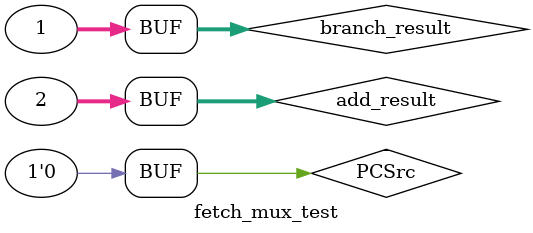
<source format=v>
`timescale 1ns / 1ps


module fetch_mux_test;

	// Inputs
	reg [31:0] add_result;
	reg [31:0] branch_result;
	reg PCSrc;

	// Outputs
	wire [31:0] instruction_address;

	// Instantiate the Unit Under Test (UUT)
	fetch_mux uut (
		.add_result(add_result), 
		.branch_result(branch_result), 
		.PCSrc(PCSrc), 
		.instruction_address(instruction_address)
	);

	initial begin
		// Initialize Inputs
		add_result = 0;
		branch_result = 0;
		PCSrc = 0;

		// Wait 100 ns for global reset to finish
		#100;
		branch_result = 1;
		
		#100;
		PCSrc = 1;
		add_result = 2;
		
		#100;
		PCSrc = 0;
        
		// Add stimulus here

	end
      
endmodule


</source>
